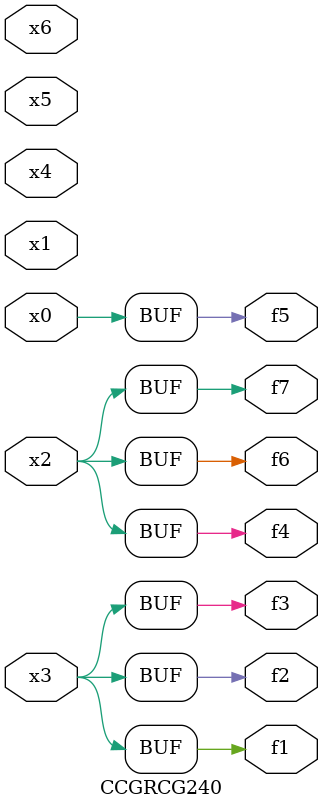
<source format=v>
module CCGRCG240(
	input x0, x1, x2, x3, x4, x5, x6,
	output f1, f2, f3, f4, f5, f6, f7
);
	assign f1 = x3;
	assign f2 = x3;
	assign f3 = x3;
	assign f4 = x2;
	assign f5 = x0;
	assign f6 = x2;
	assign f7 = x2;
endmodule

</source>
